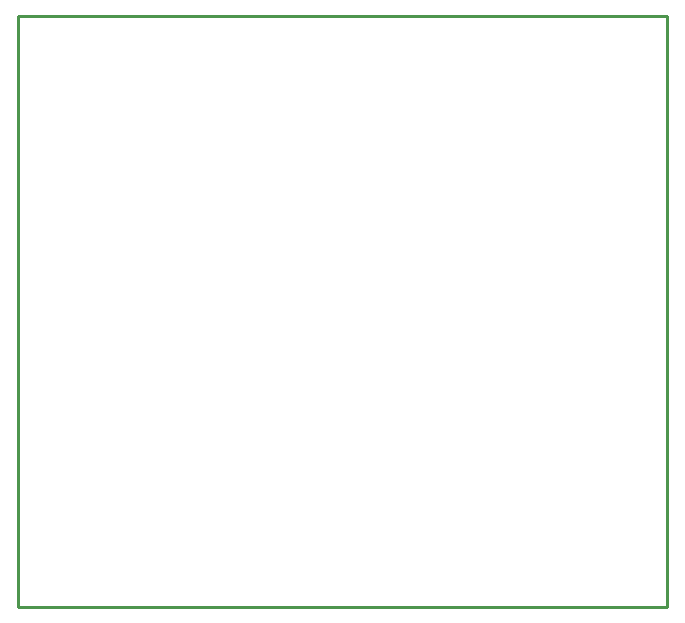
<source format=gko>
G04*
G04 #@! TF.GenerationSoftware,Altium Limited,Altium Designer,20.1.7 (139)*
G04*
G04 Layer_Color=16711935*
%FSLAX44Y44*%
%MOMM*%
G71*
G04*
G04 #@! TF.SameCoordinates,4F6880EA-275B-44BA-AE73-E750D04965C1*
G04*
G04*
G04 #@! TF.FilePolarity,Positive*
G04*
G01*
G75*
%ADD13C,0.2540*%
D13*
X-0Y0D02*
Y500000D01*
Y0D02*
X550000D01*
X550000Y500000D02*
X550000Y0D01*
X-0Y500000D02*
X550000D01*
M02*

</source>
